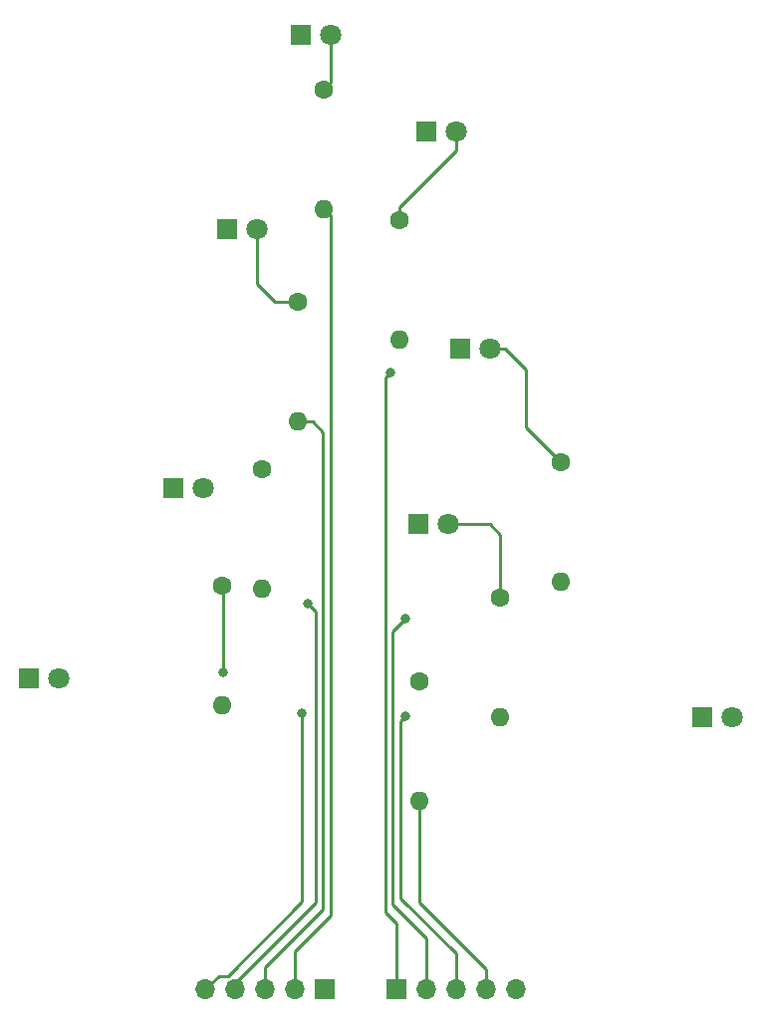
<source format=gbl>
G04 #@! TF.GenerationSoftware,KiCad,Pcbnew,(5.1.5)-3*
G04 #@! TF.CreationDate,2020-10-31T02:18:31+01:00*
G04 #@! TF.ProjectId,Christmas B,43687269-7374-46d6-9173-20422e6b6963,rev?*
G04 #@! TF.SameCoordinates,Original*
G04 #@! TF.FileFunction,Copper,L2,Bot*
G04 #@! TF.FilePolarity,Positive*
%FSLAX46Y46*%
G04 Gerber Fmt 4.6, Leading zero omitted, Abs format (unit mm)*
G04 Created by KiCad (PCBNEW (5.1.5)-3) date 2020-10-31 02:18:31*
%MOMM*%
%LPD*%
G04 APERTURE LIST*
%ADD10C,1.600000*%
%ADD11O,1.600000X1.600000*%
%ADD12C,1.800000*%
%ADD13R,1.800000X1.800000*%
%ADD14R,1.700000X1.700000*%
%ADD15O,1.700000X1.700000*%
%ADD16C,0.800000*%
%ADD17C,0.250000*%
G04 APERTURE END LIST*
D10*
X93027500Y-114046000D03*
D11*
X93027500Y-124206000D03*
D10*
X101663500Y-71818500D03*
D11*
X101663500Y-81978500D03*
D10*
X99441000Y-89916000D03*
D11*
X99441000Y-100076000D03*
D10*
X96393000Y-104140000D03*
D11*
X96393000Y-114300000D03*
D10*
X108077000Y-82931000D03*
D11*
X108077000Y-93091000D03*
D10*
X121793000Y-103505000D03*
D11*
X121793000Y-113665000D03*
D10*
X116649500Y-114998500D03*
D11*
X116649500Y-125158500D03*
D10*
X109791500Y-122110500D03*
D11*
X109791500Y-132270500D03*
D12*
X96012000Y-83693000D03*
D13*
X93472000Y-83693000D03*
D12*
X102235000Y-67183000D03*
D13*
X99695000Y-67183000D03*
D12*
X91440000Y-105727500D03*
D13*
X88900000Y-105727500D03*
D12*
X79121000Y-121920000D03*
D13*
X76581000Y-121920000D03*
D12*
X112903000Y-75438000D03*
D13*
X110363000Y-75438000D03*
D12*
X115760500Y-93853000D03*
D13*
X113220500Y-93853000D03*
D12*
X112204500Y-108775500D03*
D13*
X109664500Y-108775500D03*
D12*
X136334500Y-125222000D03*
D13*
X133794500Y-125222000D03*
D14*
X101727000Y-148336000D03*
D15*
X99187000Y-148336000D03*
X96647000Y-148336000D03*
X94107000Y-148336000D03*
X91567000Y-148336000D03*
X117983000Y-148336000D03*
X115443000Y-148336000D03*
X112903000Y-148336000D03*
X110363000Y-148336000D03*
D14*
X107823000Y-148336000D03*
D16*
X93091000Y-121412000D03*
X99822000Y-124841000D03*
X100330000Y-115570000D03*
X108585000Y-125095000D03*
X108585000Y-116840000D03*
X107315000Y-95885000D03*
D17*
X102235000Y-71247000D02*
X101663500Y-71818500D01*
X102235000Y-67183000D02*
X102235000Y-71247000D01*
X97536000Y-89916000D02*
X99441000Y-89916000D01*
X96012000Y-83693000D02*
X96012000Y-88392000D01*
X96012000Y-88392000D02*
X97536000Y-89916000D01*
X93091000Y-114109500D02*
X93027500Y-114046000D01*
X93091000Y-121412000D02*
X93091000Y-114109500D01*
X108077000Y-81799630D02*
X112903000Y-76973630D01*
X112903000Y-76973630D02*
X112903000Y-76708000D01*
X108077000Y-82931000D02*
X108077000Y-81799630D01*
X112903000Y-75438000D02*
X112903000Y-76708000D01*
X117033292Y-93853000D02*
X118808500Y-95628208D01*
X118808500Y-95628208D02*
X118808500Y-96266000D01*
X115760500Y-93853000D02*
X117033292Y-93853000D01*
X118808500Y-96266000D02*
X118808500Y-95821500D01*
X118808500Y-100520500D02*
X118808500Y-100330000D01*
X121793000Y-103505000D02*
X118808500Y-100520500D01*
X118808500Y-100330000D02*
X118808500Y-96266000D01*
X116649500Y-114998500D02*
X116649500Y-109664500D01*
X115760500Y-108775500D02*
X112204500Y-108775500D01*
X116649500Y-109664500D02*
X115760500Y-108775500D01*
X93504001Y-147160999D02*
X92742001Y-147160999D01*
X99822000Y-124841000D02*
X99822000Y-140843000D01*
X92742001Y-147160999D02*
X91567000Y-148336000D01*
X99822000Y-140843000D02*
X93504001Y-147160999D01*
X100965000Y-116205000D02*
X100330000Y-115570000D01*
X100965000Y-140970000D02*
X100965000Y-116205000D01*
X94107000Y-148336000D02*
X94107000Y-147828000D01*
X94107000Y-147828000D02*
X100965000Y-140970000D01*
X96647000Y-146469100D02*
X96647000Y-148336000D01*
X101600000Y-141516100D02*
X96647000Y-146469100D01*
X101600000Y-100965000D02*
X101600000Y-141516100D01*
X99441000Y-100076000D02*
X100711000Y-100076000D01*
X100711000Y-100076000D02*
X101600000Y-100965000D01*
X99187000Y-147828000D02*
X99187000Y-148336000D01*
X99187000Y-145046700D02*
X99187000Y-147828000D01*
X102235000Y-141998700D02*
X99187000Y-145046700D01*
X101663500Y-81978500D02*
X102235000Y-82550000D01*
X102235000Y-82550000D02*
X102235000Y-141998700D01*
X109791500Y-132270500D02*
X109791500Y-140944600D01*
X115443000Y-146596100D02*
X115443000Y-148336000D01*
X109791500Y-140944600D02*
X115443000Y-146596100D01*
X108185001Y-125494999D02*
X108585000Y-125095000D01*
X112903000Y-148336000D02*
X112903000Y-145288000D01*
X108185001Y-140570001D02*
X108185001Y-125494999D01*
X112903000Y-145288000D02*
X108185001Y-140570001D01*
X110363000Y-143992600D02*
X110363000Y-148336000D01*
X107499989Y-141129589D02*
X110363000Y-143992600D01*
X108585000Y-116840000D02*
X107499989Y-117925011D01*
X107499989Y-117925011D02*
X107499989Y-141129589D01*
X106915001Y-96284999D02*
X107315000Y-95885000D01*
X106915001Y-141763801D02*
X106915001Y-96284999D01*
X107823000Y-148336000D02*
X107823000Y-142671800D01*
X107823000Y-142671800D02*
X106915001Y-141763801D01*
M02*

</source>
